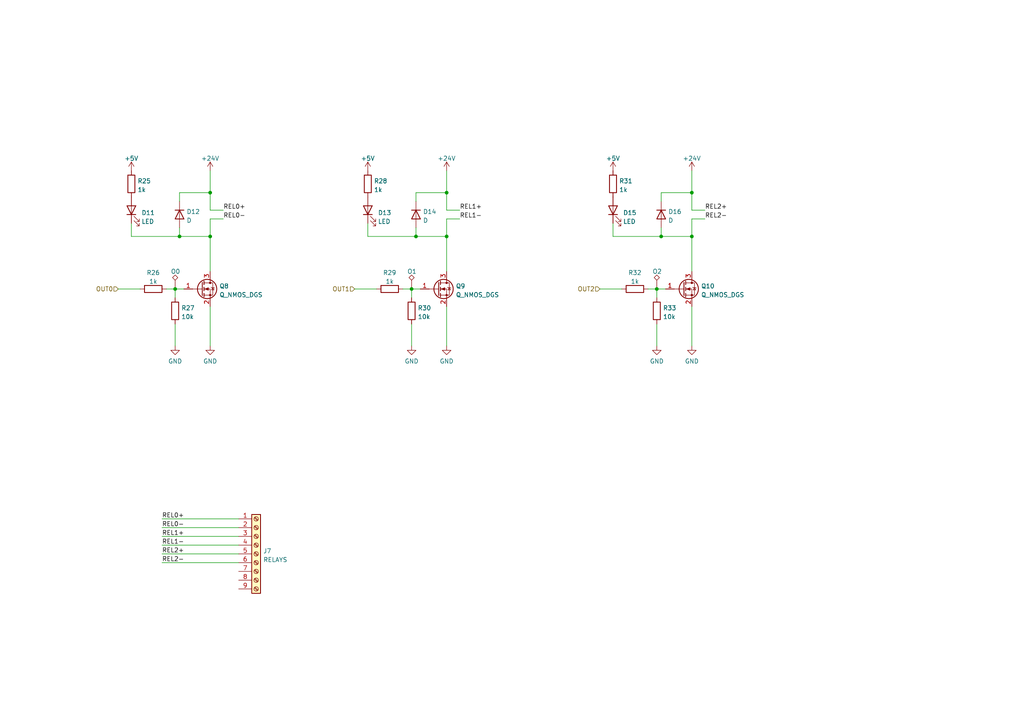
<source format=kicad_sch>
(kicad_sch (version 20211123) (generator eeschema)
  (paper "A4")
  (title_block (title "FloatPUMP Schematics") (date "2022-11-11") (rev "1.0") (company "robtor.de") (comment 1 "Controller board for up to 3 water pumps") (comment 2 "measuring capabilities with piezoresistive pressure sensors") (comment 3 "sensor input Range 4mA-20mA"))
  (lib_symbols
    (symbol "Connector:Screw_Terminal_01x09" (pin_names (offset 1.016) hide)
      (property "Reference" "J" (at 0 12.7 0))
      (property "Value" "Screw_Terminal_01x09" (at 0 -12.7 0))
      (symbol "Screw_Terminal_01x09_1_1"
        (rectangle (start -1.27 11.43) (end 1.27 -11.43) (stroke (width 0.254)) (fill (type background)))
        (circle (center 0 -10.16) (radius 0.635) (stroke (width 0.1524)))
        (circle (center 0 -7.62) (radius 0.635) (stroke (width 0.1524)))
        (circle (center 0 -5.08) (radius 0.635) (stroke (width 0.1524)))
        (circle (center 0 -2.54) (radius 0.635) (stroke (width 0.1524)))
        (polyline (pts (xy -0.5334 -9.8298) (xy 0.3302 -10.668)) (stroke (width 0.1524)))
        (polyline (pts (xy -0.5334 -7.2898) (xy 0.3302 -8.128)) (stroke (width 0.1524)))
        (polyline (pts (xy -0.5334 -4.7498) (xy 0.3302 -5.588)) (stroke (width 0.1524)))
        (polyline (pts (xy -0.5334 -2.2098) (xy 0.3302 -3.048)) (stroke (width 0.1524)))
        (polyline (pts (xy -0.5334 0.3302) (xy 0.3302 -0.508)) (stroke (width 0.1524)))
        (polyline (pts (xy -0.5334 2.8702) (xy 0.3302 2.032)) (stroke (width 0.1524)))
        (polyline (pts (xy -0.5334 5.4102) (xy 0.3302 4.572)) (stroke (width 0.1524)))
        (polyline (pts (xy -0.5334 7.9502) (xy 0.3302 7.112)) (stroke (width 0.1524)))
        (polyline (pts (xy -0.5334 10.4902) (xy 0.3302 9.652)) (stroke (width 0.1524)))
        (polyline (pts (xy -0.3556 -9.652) (xy 0.508 -10.4902)) (stroke (width 0.1524)))
        (polyline (pts (xy -0.3556 -7.112) (xy 0.508 -7.9502)) (stroke (width 0.1524)))
        (polyline (pts (xy -0.3556 -4.572) (xy 0.508 -5.4102)) (stroke (width 0.1524)))
        (polyline (pts (xy -0.3556 -2.032) (xy 0.508 -2.8702)) (stroke (width 0.1524)))
        (polyline (pts (xy -0.3556 0.508) (xy 0.508 -0.3302)) (stroke (width 0.1524)))
        (polyline (pts (xy -0.3556 3.048) (xy 0.508 2.2098)) (stroke (width 0.1524)))
        (polyline (pts (xy -0.3556 5.588) (xy 0.508 4.7498)) (stroke (width 0.1524)))
        (polyline (pts (xy -0.3556 8.128) (xy 0.508 7.2898)) (stroke (width 0.1524)))
        (polyline (pts (xy -0.3556 10.668) (xy 0.508 9.8298)) (stroke (width 0.1524)))
        (circle (center 0 0) (radius 0.635) (stroke (width 0.1524)))
        (circle (center 0 2.54) (radius 0.635) (stroke (width 0.1524)))
        (circle (center 0 5.08) (radius 0.635) (stroke (width 0.1524)))
        (circle (center 0 7.62) (radius 0.635) (stroke (width 0.1524)))
        (circle (center 0 10.16) (radius 0.635) (stroke (width 0.1524)))
        (pin passive line (at -5.08 10.16 0) (length 3.81) (name "Pin_1") (number "1"))
        (pin passive line (at -5.08 7.62 0) (length 3.81) (name "Pin_2") (number "2"))
        (pin passive line (at -5.08 5.08 0) (length 3.81) (name "Pin_3") (number "3"))
        (pin passive line (at -5.08 2.54 0) (length 3.81) (name "Pin_4") (number "4"))
        (pin passive line (at -5.08 0 0) (length 3.81) (name "Pin_5") (number "5"))
        (pin passive line (at -5.08 -2.54 0) (length 3.81) (name "Pin_6") (number "6"))
        (pin passive line (at -5.08 -5.08 0) (length 3.81) (name "Pin_7") (number "7"))
        (pin passive line (at -5.08 -7.62 0) (length 3.81) (name "Pin_8") (number "8"))
        (pin passive line (at -5.08 -10.16 0) (length 3.81) (name "Pin_9") (number "9"))
      )
    )
    (symbol "Connector:TestPoint_Alt" (pin_numbers hide) (pin_names (offset 0.762) hide)
      (property "Reference" "TP" (at 0 6.858 0))
      (property "Value" "TestPoint_Alt" (at 0 5.08 0))
      (symbol "TestPoint_Alt_0_1"
        (polyline (pts (xy 0 2.54) (xy -0.762 3.302) (xy 0 4.064) (xy 0.762 3.302) (xy 0 2.54)))
      )
      (symbol "TestPoint_Alt_1_1"
        (pin passive line (at 0 0 90) (length 2.54) (name "1") (number "1"))
      )
    )
    (symbol "Device:D" (pin_numbers hide) (pin_names (offset 1.016) hide)
      (property "Reference" "D" (at 0 2.54 0))
      (property "Value" "D" (at 0 -2.54 0))
      (symbol "D_0_1"
        (polyline (pts (xy -1.27 1.27) (xy -1.27 -1.27)) (stroke (width 0.254)))
        (polyline (pts (xy 1.27 0) (xy -1.27 0)))
        (polyline (pts (xy 1.27 1.27) (xy 1.27 -1.27) (xy -1.27 0) (xy 1.27 1.27)) (stroke (width 0.254)))
      )
      (symbol "D_1_1"
        (pin passive line (at -3.81 0 0) (length 2.54) (name "K") (number "1"))
        (pin passive line (at 3.81 0 180) (length 2.54) (name "A") (number "2"))
      )
    )
    (symbol "Device:LED" (pin_numbers hide) (pin_names (offset 1.016) hide)
      (property "Reference" "D" (at 0 2.54 0))
      (property "Value" "LED" (at 0 -2.54 0))
      (symbol "LED_0_1"
        (polyline (pts (xy -1.27 -1.27) (xy -1.27 1.27)) (stroke (width 0.254)))
        (polyline (pts (xy -1.27 0) (xy 1.27 0)))
        (polyline (pts (xy 1.27 -1.27) (xy 1.27 1.27) (xy -1.27 0) (xy 1.27 -1.27)) (stroke (width 0.254)))
        (polyline (pts (xy -3.048 -0.762) (xy -4.572 -2.286) (xy -3.81 -2.286) (xy -4.572 -2.286) (xy -4.572 -1.524)))
        (polyline (pts (xy -1.778 -0.762) (xy -3.302 -2.286) (xy -2.54 -2.286) (xy -3.302 -2.286) (xy -3.302 -1.524)))
      )
      (symbol "LED_1_1"
        (pin passive line (at -3.81 0 0) (length 2.54) (name "K") (number "1"))
        (pin passive line (at 3.81 0 180) (length 2.54) (name "A") (number "2"))
      )
    )
    (symbol "Device:Q_NMOS_GSD" (pin_names (offset 0) hide)
      (property "Reference" "Q" (at 5.08 1.27 0))
      (property "Value" "Q_NMOS_GSD" (at 5.08 -1.27 0))
      (symbol "Q_NMOS_GSD_0_1"
        (polyline (pts (xy 0.254 0) (xy -2.54 0)))
        (polyline (pts (xy 0.254 1.905) (xy 0.254 -1.905)) (stroke (width 0.254)))
        (polyline (pts (xy 0.762 -1.27) (xy 0.762 -2.286)) (stroke (width 0.254)))
        (polyline (pts (xy 0.762 0.508) (xy 0.762 -0.508)) (stroke (width 0.254)))
        (polyline (pts (xy 0.762 2.286) (xy 0.762 1.27)) (stroke (width 0.254)))
        (polyline (pts (xy 2.54 2.54) (xy 2.54 1.778)))
        (polyline (pts (xy 2.54 -2.54) (xy 2.54 0) (xy 0.762 0)))
        (polyline (pts (xy 0.762 -1.778) (xy 3.302 -1.778) (xy 3.302 1.778) (xy 0.762 1.778)))
        (polyline (pts (xy 1.016 0) (xy 2.032 0.381) (xy 2.032 -0.381) (xy 1.016 0)) (fill (type outline)))
        (polyline (pts (xy 2.794 0.508) (xy 2.921 0.381) (xy 3.683 0.381) (xy 3.81 0.254)))
        (polyline (pts (xy 3.302 0.381) (xy 2.921 -0.254) (xy 3.683 -0.254) (xy 3.302 0.381)))
        (circle (center 1.651 0) (radius 2.794) (stroke (width 0.254)))
        (circle (center 2.54 -1.778) (radius 0.254) (fill (type outline)))
        (circle (center 2.54 1.778) (radius 0.254) (fill (type outline)))
      )
      (symbol "Q_NMOS_GSD_1_1"
        (pin input line (at -5.08 0 0) (length 2.54) (name "G") (number "1"))
        (pin passive line (at 2.54 -5.08 90) (length 2.54) (name "S") (number "2"))
        (pin passive line (at 2.54 5.08 270) (length 2.54) (name "D") (number "3"))
      )
    )
    (symbol "Device:R" (pin_numbers hide) (pin_names (offset 0))
      (property "Reference" "R" (at 2.032 0 90))
      (property "Value" "R" (at 0 0 90))
      (symbol "R_0_1"
        (rectangle (start -1.016 -2.54) (end 1.016 2.54) (stroke (width 0.254)))
      )
      (symbol "R_1_1"
        (pin passive line (at 0 3.81 270) (length 1.27) (name "~") (number "1"))
        (pin passive line (at 0 -3.81 90) (length 1.27) (name "~") (number "2"))
      )
    )
    (symbol "power:+24V" (power) (pin_names (offset 0))
      (property "Value" "+24V" (at 0 3.556 0))
      (symbol "+24V_0_1"
        (polyline (pts (xy -0.762 1.27) (xy 0 2.54)))
        (polyline (pts (xy 0 0) (xy 0 2.54)))
        (polyline (pts (xy 0 2.54) (xy 0.762 1.27)))
      )
      (symbol "+24V_1_1"
        (pin power_in line (at 0 0 90) (length 0) hide (name "+24V") (number "1"))
      )
    )
    (symbol "power:+5V" (power) (pin_names (offset 0))
      (property "Value" "+5V" (at 0 3.556 0))
      (symbol "+5V_0_1"
        (polyline (pts (xy -0.762 1.27) (xy 0 2.54)))
        (polyline (pts (xy 0 0) (xy 0 2.54)))
        (polyline (pts (xy 0 2.54) (xy 0.762 1.27)))
      )
      (symbol "+5V_1_1"
        (pin power_in line (at 0 0 90) (length 0) hide (name "+5V") (number "1"))
      )
    )
    (symbol "power:GND" (power) (pin_names (offset 0))
      (property "Value" "GND" (at 0 -3.81 0))
      (symbol "GND_0_1"
        (polyline (pts (xy 0 0) (xy 0 -1.27) (xy 1.27 -1.27) (xy 0 -2.54) (xy -1.27 -1.27) (xy 0 -1.27)))
      )
      (symbol "GND_1_1"
        (pin power_in line (at 0 0 270) (length 0) hide (name "GND") (number "1"))
      )
    )
  )
  (junction (at 52.07 68.58))
  (junction (at 120.65 68.58))
  (junction (at 60.96 68.58))
  (junction (at 129.54 68.58))
  (junction (at 119.38 83.82))
  (junction (at 50.8 83.82))
  (junction (at 60.96 55.88))
  (junction (at 191.77 68.58))
  (junction (at 129.54 55.88))
  (junction (at 190.5 83.82))
  (junction (at 200.66 68.58))
  (junction (at 200.66 55.88))
  (wire (pts (xy 191.77 58.42) (xy 191.77 55.88)))
  (wire (pts (xy 60.96 68.58) (xy 60.96 78.74)))
  (wire (pts (xy 173.99 83.82) (xy 180.34 83.82)))
  (wire (pts (xy 190.5 83.82) (xy 193.04 83.82)))
  (wire (pts (xy 50.8 83.82) (xy 50.8 86.36)))
  (wire (pts (xy 200.66 88.9) (xy 200.66 100.33)))
  (wire (pts (xy 200.66 68.58) (xy 200.66 78.74)))
  (wire (pts (xy 129.54 49.53) (xy 129.54 55.88)))
  (wire (pts (xy 102.87 83.82) (xy 109.22 83.82)))
  (wire (pts (xy 60.96 55.88) (xy 60.96 60.96)))
  (wire (pts (xy 191.77 68.58) (xy 200.66 68.58)))
  (wire (pts (xy 52.07 68.58) (xy 38.1 68.58)))
  (wire (pts (xy 187.96 83.82) (xy 190.5 83.82)))
  (wire (pts (xy 190.5 83.82) (xy 190.5 86.36)))
  (wire (pts (xy 120.65 55.88) (xy 129.54 55.88)))
  (wire (pts (xy 46.99 160.655) (xy 69.215 160.655)))
  (wire (pts (xy 120.65 68.58) (xy 129.54 68.58)))
  (wire (pts (xy 200.66 55.88) (xy 200.66 60.96)))
  (wire (pts (xy 191.77 55.88) (xy 200.66 55.88)))
  (wire (pts (xy 177.8 64.77) (xy 177.8 68.58)))
  (wire (pts (xy 129.54 60.96) (xy 133.35 60.96)))
  (wire (pts (xy 50.8 83.82) (xy 53.34 83.82)))
  (wire (pts (xy 116.84 83.82) (xy 119.38 83.82)))
  (wire (pts (xy 50.8 93.98) (xy 50.8 100.33)))
  (wire (pts (xy 133.35 63.5) (xy 129.54 63.5)))
  (wire (pts (xy 46.99 158.115) (xy 69.215 158.115)))
  (wire (pts (xy 60.96 88.9) (xy 60.96 100.33)))
  (wire (pts (xy 106.68 64.77) (xy 106.68 68.58)))
  (wire (pts (xy 52.07 55.88) (xy 60.96 55.88)))
  (wire (pts (xy 46.99 155.575) (xy 69.215 155.575)))
  (wire (pts (xy 60.96 63.5) (xy 60.96 68.58)))
  (wire (pts (xy 34.29 83.82) (xy 40.64 83.82)))
  (wire (pts (xy 119.38 93.98) (xy 119.38 100.33)))
  (wire (pts (xy 52.07 66.04) (xy 52.07 68.58)))
  (wire (pts (xy 119.38 83.82) (xy 121.92 83.82)))
  (wire (pts (xy 120.65 66.04) (xy 120.65 68.58)))
  (wire (pts (xy 52.07 58.42) (xy 52.07 55.88)))
  (wire (pts (xy 191.77 68.58) (xy 177.8 68.58)))
  (wire (pts (xy 46.99 163.195) (xy 69.215 163.195)))
  (wire (pts (xy 129.54 88.9) (xy 129.54 100.33)))
  (wire (pts (xy 46.99 153.035) (xy 69.215 153.035)))
  (wire (pts (xy 52.07 68.58) (xy 60.96 68.58)))
  (wire (pts (xy 60.96 60.96) (xy 64.77 60.96)))
  (wire (pts (xy 64.77 63.5) (xy 60.96 63.5)))
  (wire (pts (xy 190.5 93.98) (xy 190.5 100.33)))
  (wire (pts (xy 120.65 58.42) (xy 120.65 55.88)))
  (wire (pts (xy 46.99 150.495) (xy 69.215 150.495)))
  (wire (pts (xy 119.38 83.82) (xy 119.38 86.36)))
  (wire (pts (xy 204.47 63.5) (xy 200.66 63.5)))
  (wire (pts (xy 129.54 68.58) (xy 129.54 78.74)))
  (wire (pts (xy 129.54 63.5) (xy 129.54 68.58)))
  (wire (pts (xy 200.66 49.53) (xy 200.66 55.88)))
  (wire (pts (xy 120.65 68.58) (xy 106.68 68.58)))
  (wire (pts (xy 129.54 55.88) (xy 129.54 60.96)))
  (wire (pts (xy 200.66 63.5) (xy 200.66 68.58)))
  (wire (pts (xy 38.1 64.77) (xy 38.1 68.58)))
  (wire (pts (xy 191.77 66.04) (xy 191.77 68.58)))
  (wire (pts (xy 48.26 83.82) (xy 50.8 83.82)))
  (wire (pts (xy 200.66 60.96) (xy 204.47 60.96)))
  (wire (pts (xy 60.96 49.53) (xy 60.96 55.88)))
  (label "REL1+" (at 46.99 155.575 0))
  (label "REL0+" (at 64.77 60.96 0))
  (label "REL2+" (at 204.47 60.96 0))
  (label "REL1-" (at 133.35 63.5 0))
  (label "REL2-" (at 204.47 63.5 0))
  (label "REL2-" (at 46.99 163.195 0))
  (label "REL1-" (at 46.99 158.115 0))
  (label "REL0-" (at 46.99 153.035 0))
  (label "REL0+" (at 46.99 150.495 0))
  (label "REL0-" (at 64.77 63.5 0))
  (label "REL1+" (at 133.35 60.96 0))
  (label "REL2+" (at 46.99 160.655 0))
  (hierarchical_label "OUT1" (shape input) (at 102.87 83.82 180))
  (hierarchical_label "OUT2" (shape input) (at 173.99 83.82 180))
  (hierarchical_label "OUT0" (shape input) (at 34.29 83.82 180))
  (symbol (lib_id "power:+24V") (at 129.54 49.53 0) (unit 1)
    (property "Reference" "#PWR066" (effects hide))
    (property "Value" "+24V" (at 129.54 45.9542 0))
  )
  (symbol (lib_id "power:GND") (at 200.66 100.33 0) (unit 1)
    (property "Reference" "#PWR071" (effects hide))
    (property "Value" "GND" (at 200.66 104.7734 0))
  )
  (symbol (lib_id "power:GND") (at 119.38 100.33 0) (unit 1)
    (property "Reference" "#PWR065" (effects hide))
    (property "Value" "GND" (at 119.38 104.7734 0))
  )
  (symbol (lib_id "Connector:TestPoint_Alt") (at 119.38 83.82 0) (unit 1)
    (property "Reference" "TP17" (effects hide))
    (property "Value" "O1" (at 118.11 78.74 0) (effects (justify left)))
    (property "Footprint" "TestPoint:TestPoint_Pad_D1.0mm" (effects hide))
  )
  (symbol (lib_id "power:+5V") (at 177.8 49.53 0) (unit 1)
    (property "Reference" "#PWR068" (effects hide))
    (property "Value" "+5V" (at 177.8 45.9542 0))
  )
  (symbol (lib_id "Device:R") (at 113.03 83.82 90) (unit 1)
    (property "Reference" "R29" (at 113.03 79.1042 90))
    (property "Value" "1k" (at 113.03 81.6411 90))
    (property "Footprint" "Resistor_SMD:R_0603_1608Metric" (effects hide))
    (property "JLCPCB" "C328340" (effects hide))
  )
  (symbol (lib_id "Device:D") (at 191.77 62.23 270) (unit 1)
    (property "Reference" "D16" (at 193.802 61.3953 90) (effects (justify left)))
    (property "Value" "D" (at 193.802 63.9322 90) (effects (justify left)))
    (property "Footprint" "Diode_SMD:D_SMA" (effects hide))
    (property "Datasheet" "https://datasheet.lcsc.com/lcsc/2109061630_YONGYUTAI-1N4001_C2892670.pdf" (effects hide))
    (property "JLCPCB" "C2892670" (effects hide))
  )
  (symbol (lib_id "Device:D") (at 52.07 62.23 270) (unit 1)
    (property "Reference" "D12" (at 54.102 61.3953 90) (effects (justify left)))
    (property "Value" "D" (at 54.102 63.9322 90) (effects (justify left)))
    (property "Footprint" "Diode_SMD:D_SMA" (effects hide))
    (property "Datasheet" "https://datasheet.lcsc.com/lcsc/2109061630_YONGYUTAI-1N4001_C2892670.pdf" (effects hide))
    (property "JLCPCB" "C2892670" (effects hide))
  )
  (symbol (lib_id "Connector:TestPoint_Alt") (at 190.5 83.82 0) (unit 1)
    (property "Reference" "TP18" (effects hide))
    (property "Value" "O2" (at 189.23 78.74 0) (effects (justify left)))
    (property "Footprint" "TestPoint:TestPoint_Pad_D1.0mm" (effects hide))
  )
  (symbol (lib_id "Device:R") (at 184.15 83.82 90) (unit 1)
    (property "Reference" "R32" (at 184.15 79.1042 90))
    (property "Value" "1k" (at 184.15 81.6411 90))
    (property "Footprint" "Resistor_SMD:R_0603_1608Metric" (effects hide))
    (property "JLCPCB" "C328340" (effects hide))
  )
  (symbol (lib_id "Connector:Screw_Terminal_01x09") (at 74.295 160.655 0) (unit 1)
    (property "Reference" "J7" (at 76.327 159.8203 0) (effects (justify left)))
    (property "Value" "RELAYS" (at 76.327 162.3572 0) (effects (justify left)))
    (property "Footprint" "TerminalBlock_Phoenix:TerminalBlock_Phoenix_MKDS-3-9-5.08_1x09_P5.08mm_Horizontal" (effects hide))
  )
  (symbol (lib_id "power:+5V") (at 106.68 49.53 0) (unit 1)
    (property "Reference" "#PWR064" (effects hide))
    (property "Value" "+5V" (at 106.68 45.9542 0))
  )
  (symbol (lib_id "power:+24V") (at 60.96 49.53 0) (unit 1)
    (property "Reference" "#PWR062" (effects hide))
    (property "Value" "+24V" (at 60.96 45.9542 0))
  )
  (symbol (lib_id "Device:D") (at 120.65 62.23 270) (unit 1)
    (property "Reference" "D14" (at 122.682 61.3953 90) (effects (justify left)))
    (property "Value" "D" (at 122.682 63.9322 90) (effects (justify left)))
    (property "Footprint" "Diode_SMD:D_SMA" (effects hide))
    (property "Datasheet" "https://datasheet.lcsc.com/lcsc/2109061630_YONGYUTAI-1N4001_C2892670.pdf" (effects hide))
    (property "JLCPCB" "C2892670" (effects hide))
  )
  (symbol (lib_id "Device:Q_NMOS_GSD") (at 198.12 83.82 0) (unit 1)
    (property "Reference" "Q10" (at 203.327 82.9853 0) (effects (justify left)))
    (property "Value" "Q_NMOS_DGS" (at 203.327 85.5222 0) (effects (justify left)))
    (property "Footprint" "Package_TO_SOT_SMD:SOT-23" (effects hide))
    (property "Datasheet" "https://datasheet.lcsc.com/lcsc/1810271831_TOSHIBA-T2N7002BK-LM_C146372.pdf" (effects hide))
    (property "JLCPCB" "C146372" (effects hide))
  )
  (symbol (lib_id "Connector:TestPoint_Alt") (at 50.8 83.82 0) (unit 1)
    (property "Reference" "TP16" (effects hide))
    (property "Value" "O0" (at 49.53 78.74 0) (effects (justify left)))
    (property "Footprint" "TestPoint:TestPoint_Pad_D1.0mm" (effects hide))
  )
  (symbol (lib_id "Device:LED") (at 106.68 60.96 90) (unit 1)
    (property "Reference" "D13" (at 109.601 61.7128 90) (effects (justify right)))
    (property "Value" "LED" (at 109.601 64.2497 90) (effects (justify right)))
    (property "Footprint" "LED_SMD:LED_0805_2012Metric" (effects hide))
  )
  (symbol (lib_id "power:GND") (at 60.96 100.33 0) (unit 1)
    (property "Reference" "#PWR063" (effects hide))
    (property "Value" "GND" (at 60.96 104.7734 0))
  )
  (symbol (lib_id "Device:LED") (at 177.8 60.96 90) (unit 1)
    (property "Reference" "D15" (at 180.721 61.7128 90) (effects (justify right)))
    (property "Value" "LED" (at 180.721 64.2497 90) (effects (justify right)))
    (property "Footprint" "LED_SMD:LED_0805_2012Metric" (effects hide))
  )
  (symbol (lib_id "Device:R") (at 106.68 53.34 180) (unit 1)
    (property "Reference" "R28" (at 108.458 52.5053 0) (effects (justify right)))
    (property "Value" "1k" (at 108.458 55.0422 0) (effects (justify right)))
    (property "Footprint" "Resistor_SMD:R_0603_1608Metric" (effects hide))
    (property "JLCPCB" "C328340" (effects hide))
  )
  (symbol (lib_id "power:GND") (at 129.54 100.33 0) (unit 1)
    (property "Reference" "#PWR067" (effects hide))
    (property "Value" "GND" (at 129.54 104.7734 0))
  )
  (symbol (lib_id "Device:LED") (at 38.1 60.96 90) (unit 1)
    (property "Reference" "D11" (at 41.021 61.7128 90) (effects (justify right)))
    (property "Value" "LED" (at 41.021 64.2497 90) (effects (justify right)))
    (property "Footprint" "LED_SMD:LED_0805_2012Metric" (effects hide))
  )
  (symbol (lib_id "Device:Q_NMOS_GSD") (at 58.42 83.82 0) (unit 1)
    (property "Reference" "Q8" (at 63.627 82.9853 0) (effects (justify left)))
    (property "Value" "Q_NMOS_DGS" (at 63.627 85.5222 0) (effects (justify left)))
    (property "Footprint" "Package_TO_SOT_SMD:SOT-23" (effects hide))
    (property "Datasheet" "https://datasheet.lcsc.com/lcsc/1810271831_TOSHIBA-T2N7002BK-LM_C146372.pdf" (effects hide))
    (property "JLCPCB" "C146372" (effects hide))
  )
  (symbol (lib_id "power:GND") (at 50.8 100.33 0) (unit 1)
    (property "Reference" "#PWR061" (effects hide))
    (property "Value" "GND" (at 50.8 104.7734 0))
  )
  (symbol (lib_id "Device:R") (at 38.1 53.34 180) (unit 1)
    (property "Reference" "R25" (at 39.878 52.5053 0) (effects (justify right)))
    (property "Value" "1k" (at 39.878 55.0422 0) (effects (justify right)))
    (property "Footprint" "Resistor_SMD:R_0603_1608Metric" (effects hide))
    (property "JLCPCB" "C328340" (effects hide))
  )
  (symbol (lib_id "Device:Q_NMOS_GSD") (at 127 83.82 0) (unit 1)
    (property "Reference" "Q9" (at 132.207 82.9853 0) (effects (justify left)))
    (property "Value" "Q_NMOS_DGS" (at 132.207 85.5222 0) (effects (justify left)))
    (property "Footprint" "Package_TO_SOT_SMD:SOT-23" (effects hide))
    (property "Datasheet" "https://datasheet.lcsc.com/lcsc/1810271831_TOSHIBA-T2N7002BK-LM_C146372.pdf" (effects hide))
    (property "JLCPCB" "C146372" (effects hide))
  )
  (symbol (lib_id "power:+5V") (at 38.1 49.53 0) (unit 1)
    (property "Reference" "#PWR060" (effects hide))
    (property "Value" "+5V" (at 38.1 45.9542 0))
  )
  (symbol (lib_id "Device:R") (at 50.8 90.17 0) (unit 1)
    (property "Reference" "R27" (at 52.578 89.3353 0) (effects (justify left)))
    (property "Value" "10k" (at 52.578 91.8722 0) (effects (justify left)))
    (property "Footprint" "Resistor_SMD:R_0603_1608Metric" (effects hide))
    (property "JLCPCB" "C238881" (effects hide))
  )
  (symbol (lib_id "Device:R") (at 119.38 90.17 0) (unit 1)
    (property "Reference" "R30" (at 121.158 89.3353 0) (effects (justify left)))
    (property "Value" "10k" (at 121.158 91.8722 0) (effects (justify left)))
    (property "Footprint" "Resistor_SMD:R_0603_1608Metric" (effects hide))
    (property "JLCPCB" "C238881" (effects hide))
  )
  (symbol (lib_id "power:+24V") (at 200.66 49.53 0) (unit 1)
    (property "Reference" "#PWR070" (effects hide))
    (property "Value" "+24V" (at 200.66 45.9542 0))
  )
  (symbol (lib_id "Device:R") (at 190.5 90.17 0) (unit 1)
    (property "Reference" "R33" (at 192.278 89.3353 0) (effects (justify left)))
    (property "Value" "10k" (at 192.278 91.8722 0) (effects (justify left)))
    (property "Footprint" "Resistor_SMD:R_0603_1608Metric" (effects hide))
    (property "JLCPCB" "C238881" (effects hide))
  )
  (symbol (lib_id "power:GND") (at 190.5 100.33 0) (unit 1)
    (property "Reference" "#PWR069" (effects hide))
    (property "Value" "GND" (at 190.5 104.7734 0))
  )
  (symbol (lib_id "Device:R") (at 44.45 83.82 90) (unit 1)
    (property "Reference" "R26" (at 44.45 79.1042 90))
    (property "Value" "1k" (at 44.45 81.6411 90))
    (property "Footprint" "Resistor_SMD:R_0603_1608Metric" (effects hide))
    (property "JLCPCB" "C328340" (effects hide))
  )
  (symbol (lib_id "Device:R") (at 177.8 53.34 180) (unit 1)
    (property "Reference" "R31" (at 179.578 52.5053 0) (effects (justify right)))
    (property "Value" "1k" (at 179.578 55.0422 0) (effects (justify right)))
    (property "Footprint" "Resistor_SMD:R_0603_1608Metric" (effects hide))
    (property "JLCPCB" "C328340" (effects hide))
  )
)
</source>
